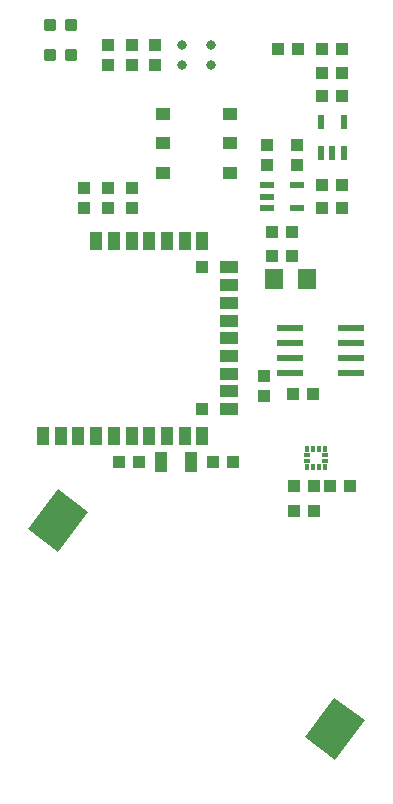
<source format=gbr>
G75*
%MOIN*%
%OFA0B0*%
%FSLAX25Y25*%
%IPPOS*%
%LPD*%
%AMOC8*
5,1,8,0,0,1.08239X$1,22.5*
%
%ADD10C,0.01181*%
%ADD11R,0.04331X0.03937*%
%ADD12R,0.06299X0.07087*%
%ADD13R,0.03937X0.04331*%
%ADD14R,0.04724X0.02165*%
%ADD15R,0.04331X0.06693*%
%ADD16R,0.03937X0.05906*%
%ADD17R,0.05906X0.03937*%
%ADD18R,0.03937X0.03937*%
%ADD19R,0.02165X0.04724*%
%ADD20C,0.03150*%
%ADD21R,0.12598X0.16535*%
%ADD22R,0.08661X0.02362*%
%ADD23R,0.04528X0.03937*%
%ADD24R,0.01181X0.01969*%
%ADD25R,0.01969X0.01181*%
D10*
X0011705Y0239567D02*
X0011705Y0236811D01*
X0008949Y0236811D01*
X0008949Y0239567D01*
X0011705Y0239567D01*
X0011705Y0237991D02*
X0008949Y0237991D01*
X0008949Y0239171D02*
X0011705Y0239171D01*
X0018610Y0239567D02*
X0018610Y0236811D01*
X0015854Y0236811D01*
X0015854Y0239567D01*
X0018610Y0239567D01*
X0018610Y0237991D02*
X0015854Y0237991D01*
X0015854Y0239171D02*
X0018610Y0239171D01*
X0011705Y0249409D02*
X0011705Y0246653D01*
X0008949Y0246653D01*
X0008949Y0249409D01*
X0011705Y0249409D01*
X0011705Y0247833D02*
X0008949Y0247833D01*
X0008949Y0249013D02*
X0011705Y0249013D01*
X0018610Y0249409D02*
X0018610Y0246653D01*
X0015854Y0246653D01*
X0015854Y0249409D01*
X0018610Y0249409D01*
X0018610Y0247833D02*
X0015854Y0247833D01*
X0015854Y0249013D02*
X0018610Y0249013D01*
D11*
X0029528Y0241535D03*
X0029528Y0234843D03*
X0037402Y0241535D03*
X0037402Y0234843D03*
X0107677Y0232283D03*
X0100984Y0232283D03*
X0091142Y0125000D03*
X0097835Y0125000D03*
X0039764Y0102362D03*
X0033071Y0102362D03*
X0064567Y0102362D03*
X0071260Y0102362D03*
X0084252Y0179134D03*
X0090945Y0179134D03*
X0086220Y0240157D03*
X0092913Y0240157D03*
X0021654Y0187106D03*
X0021654Y0193799D03*
X0084252Y0171260D03*
X0090945Y0171260D03*
X0037402Y0187106D03*
X0037402Y0193799D03*
X0098327Y0094488D03*
X0091634Y0094488D03*
X0098327Y0086122D03*
X0091634Y0086122D03*
X0103445Y0094488D03*
X0110138Y0094488D03*
D12*
X0085039Y0163386D03*
X0096063Y0163386D03*
D13*
X0082677Y0201378D03*
X0082677Y0208071D03*
X0092520Y0201378D03*
X0092520Y0208071D03*
X0100984Y0187008D03*
X0107677Y0187008D03*
X0045276Y0234843D03*
X0045276Y0241535D03*
X0100984Y0194882D03*
X0107677Y0194882D03*
X0107677Y0240157D03*
X0100984Y0240157D03*
X0107677Y0224409D03*
X0100984Y0224409D03*
X0029528Y0193799D03*
X0029528Y0187106D03*
X0081693Y0124606D03*
X0081693Y0131299D03*
D14*
X0082480Y0194685D03*
X0082480Y0190945D03*
X0082480Y0187205D03*
X0092717Y0187205D03*
X0092717Y0194685D03*
D15*
X0057087Y0102362D03*
X0047244Y0102362D03*
D16*
X0007874Y0111220D03*
X0013780Y0111220D03*
X0019685Y0111220D03*
X0025591Y0111220D03*
X0031496Y0111220D03*
X0037402Y0111220D03*
X0043307Y0111220D03*
X0049213Y0111220D03*
X0055118Y0111220D03*
X0061024Y0111220D03*
X0061024Y0176181D03*
X0055118Y0176181D03*
X0049213Y0176181D03*
X0043307Y0176181D03*
X0037402Y0176181D03*
X0031496Y0176181D03*
X0025591Y0176181D03*
D17*
X0069882Y0120079D03*
X0069882Y0125984D03*
X0069882Y0131890D03*
X0069882Y0137795D03*
X0069882Y0143701D03*
X0069882Y0149606D03*
X0069882Y0155512D03*
X0069882Y0161417D03*
X0069882Y0167323D03*
D18*
X0061024Y0120079D03*
X0061024Y0167323D03*
D19*
X0100591Y0205512D03*
X0104331Y0205512D03*
X0108071Y0205512D03*
X0108071Y0215748D03*
X0100591Y0215748D03*
D20*
X0063898Y0241535D03*
X0063898Y0234843D03*
X0054213Y0241535D03*
X0054213Y0234843D03*
D21*
G36*
X0013047Y0072546D02*
X0002987Y0080128D01*
X0012937Y0093332D01*
X0022997Y0085750D01*
X0013047Y0072546D01*
G37*
G36*
X0105173Y0003124D02*
X0095113Y0010706D01*
X0105063Y0023910D01*
X0115123Y0016328D01*
X0105173Y0003124D01*
G37*
D22*
X0110630Y0137264D03*
X0090157Y0137264D03*
X0110630Y0132264D03*
X0110630Y0142264D03*
X0110630Y0147264D03*
X0090157Y0132264D03*
X0090157Y0142264D03*
X0090157Y0147264D03*
D23*
X0070177Y0198819D03*
X0070177Y0208661D03*
X0070177Y0218504D03*
X0047933Y0198819D03*
X0047933Y0208661D03*
X0047933Y0218504D03*
D24*
X0101870Y0106841D03*
X0099902Y0106841D03*
X0097933Y0106841D03*
X0095965Y0106841D03*
X0095965Y0100837D03*
X0097933Y0100837D03*
X0099902Y0100837D03*
X0101870Y0100837D03*
D25*
X0095915Y0104823D03*
X0101919Y0102854D03*
X0101919Y0104823D03*
X0095915Y0102854D03*
M02*

</source>
